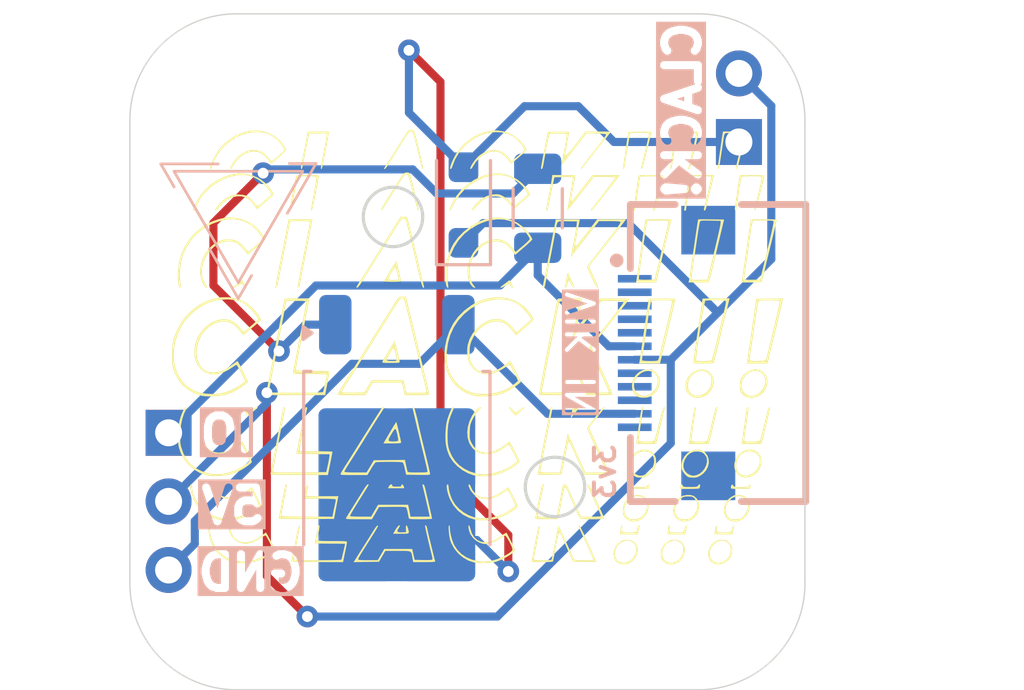
<source format=kicad_pcb>
(kicad_pcb (version 20240108) (generator "pcbnew") (generator_version "8.0")
  (layers (0 "F.Cu" signal) (31 "B.Cu" signal) (34 "B.Paste" user) (35 "F.Paste" user) (36 "B.SilkS" user "B.Silkscreen") (37 "F.SilkS" user "F.Silkscreen") (38 "B.Mask" user) (39 "F.Mask" user) (44 "Edge.Cuts" user))
  (net 0 "")
  (net 1 "+5V")
  (net 2 "Net-(D1-A)")
  (net 4 "Solenoid")
  (net 12 "GND")
  (net 14 "Net-(Q1-B)")
  (footprint "VIK-Solenoid:solenoid" (layer "F.Cu") (at 193.43 83.22 -90)
    (property "Reference" "REF**" (hide yes))
    (property "Value" "solenoid")
    (fp_circle (center -5 3) (end -3.9 3) (stroke (width 0.12)) (fill none) (layer "Edge.Cuts"))
    (fp_circle (center 5 -3) (end 6.1 -3) (stroke (width 0.12)) (fill none) (layer "Edge.Cuts"))
  )
  (footprint "" (layer "F.Cu") (at 202.24 93.66)
    (property "Reference" "" (at 0 0 0) (layer "F.SilkS") (effects (font (size 1.27 1.27))))
    (property "Value" "")
    (pad "" np_thru_hole circle (at 0 0 90) (size 2.2 2.2) (drill 2.2) (layers "F&B.Cu" "*.Mask"))
  )
  (footprint "LOGO" (layer "F.Cu") (at 193.538649 83.017826)
    (property "Reference" "G***" (hide yes))
    (property "Value" "LOGO" (hide yes))
  )
  (footprint "Connector_PinHeader_2.54mm:PinHeader_1x02_P2.54mm_Vertical" (layer "F.Cu") (at 203.24 75.445 180)
    (property "Reference" "J1" (hide yes))
    (property "Value" "Conn_01x02_Female")
    (pad "1" thru_hole rect (at 0 0 180) (size 1.7 1.7) (drill 1) (layers "*.Cu" "*.Mask") (net 2 "Net-(D1-A)"))
    (pad "2" thru_hole oval (at 0 2.54 180) (size 1.7 1.7) (drill 1) (layers "*.Cu" "*.Mask") (net 1 "+5V"))
  )
  (footprint "MountingHole:MountingHole_2.2mm_M2_ISO7380" (layer "F.Cu") (at 202.24 93.66 90)
    (property "Reference" "REF**" (hide yes))
    (property "Value" "MountingHole_2.2mm_M2_ISO7380" (hide yes))
    (pad "" np_thru_hole circle (at 0 0 90) (size 2.2 2.2) (drill 2.2) (layers "F&B.Cu" "*.Mask"))
  )
  (footprint "Connector_PinHeader_2.54mm:PinHeader_1x03_P2.54mm_Vertical" (layer "F.Cu") (at 182.12 86.215)
    (property "Reference" "J3" (hide yes))
    (property "Value" "Conn_01x03_Pin")
    (pad "1" thru_hole rect (at 0 0) (size 1.7 1.7) (drill 1) (layers "*.Cu" "*.Mask") (net 4 "Solenoid"))
    (pad "2" thru_hole oval (at 0 2.54) (size 1.7 1.7) (drill 1) (layers "*.Cu" "*.Mask") (net 1 "+5V"))
    (pad "3" thru_hole oval (at 0 5.08) (size 1.7 1.7) (drill 1) (layers "*.Cu" "*.Mask") (net 12 "GND"))
  )
  (footprint "" (layer "F.Cu") (at 184.25 72.67)
    (property "Reference" "" (at 0 0 0) (layer "F.SilkS") (effects (font (size 1.27 1.27))))
    (property "Value" "")
    (pad "" np_thru_hole circle (at 0 0) (size 2.2 2.2) (drill 2.2) (layers "F&B.Cu" "*.Mask"))
  )
  (footprint "MountingHole:MountingHole_2.2mm_M2_ISO7380" (layer "F.Cu") (at 184.25 72.67)
    (property "Reference" "REF**" (hide yes))
    (property "Value" "MountingHole_2.2mm_M2_ISO7380" (hide yes))
    (pad "" np_thru_hole circle (at 0 0) (size 2.2 2.2) (drill 2.2) (layers "F&B.Cu" "*.Mask"))
  )
  (footprint "vik:vik-module-connector-horizontal" (layer "B.Cu") (at 201.42 83.26 -90)
    (property "Reference" "J2" (hide yes))
    (property "Value" "vik-module-connector")
    (fp_text user "VIK IN" (at -2.36 3.42 90) (layer "B.SilkS" knockout) (effects (justify left bottom mirror)))
    (fp_text user "3v3" (at 3.3 2.7 90) (layer "B.SilkS") (effects (font (size 0.75 0.75)) (justify left bottom mirror)))
    (pad "1" smd rect (at -2.75 2.038 270) (size 0.28 1.25) (layers "B.Cu" "B.Paste" "B.Mask"))
    (pad "2" smd rect (at -2.25 2.038 270) (size 0.28 1.25) (layers "B.Cu" "B.Paste" "B.Mask"))
    (pad "3" smd rect (at -1.75 2.038 270) (size 0.28 1.25) (layers "B.Cu" "B.Paste" "B.Mask"))
    (pad "4" smd rect (at -1.25 2.038 270) (size 0.28 1.25) (layers "B.Cu" "B.Paste" "B.Mask"))
    (pad "5" smd rect (at -0.75 2.038 270) (size 0.28 1.25) (layers "B.Cu" "B.Paste" "B.Mask"))
    (pad "6" smd rect (at -0.25 2.038 270) (size 0.28 1.25) (layers "B.Cu" "B.Paste" "B.Mask") (net 4 "Solenoid"))
    (pad "7" smd rect (at 0.25 2.038 270) (size 0.28 1.25) (layers "B.Cu" "B.Paste" "B.Mask") (net 1 "+5V"))
    (pad "8" smd rect (at 0.75 2.038 270) (size 0.28 1.25) (layers "B.Cu" "B.Paste" "B.Mask"))
    (pad "9" smd rect (at 1.25 2.038 270) (size 0.28 1.25) (layers "B.Cu" "B.Paste" "B.Mask"))
    (pad "10" smd rect (at 1.75 2.038 270) (size 0.28 1.25) (layers "B.Cu" "B.Paste" "B.Mask"))
    (pad "11" smd rect (at 2.25 2.038 270) (size 0.28 1.25) (layers "B.Cu" "B.Paste" "B.Mask") (net 12 "GND"))
    (pad "12" smd rect (at 2.75 2.038 270) (size 0.28 1.25) (layers "B.Cu" "B.Paste" "B.Mask"))
    (pad "13" smd rect (at 4.55 -0.686 270) (size 1.8 2) (layers "B.Cu" "B.Paste" "B.Mask"))
    (pad "14" smd rect (at -4.55 -0.686 270) (size 1.8 2) (layers "B.Cu" "B.Paste" "B.Mask"))
  )
  (footprint "vik:vik-logo-small" (layer "B.Cu") (at 184.7 78.05 180)
    (property "Reference" "REF**")
    (property "Value" "vik-logo-small")
  )
  (footprint "Resistor_SMD:R_1206_3216Metric" (layer "B.Cu") (at 195.79 77.9 -90)
    (property "Reference" "R1" (hide yes))
    (property "Value" "R2.2")
    (pad "1" smd roundrect (at -1.4625 0 270) (size 1.125 1.75) (layers "B.Cu" "B.Paste" "B.Mask") (roundrect_rratio 0.222222) (net 14 "Net-(Q1-B)"))
    (pad "2" smd roundrect (at 1.4625 0 270) (size 1.125 1.75) (layers "B.Cu" "B.Paste" "B.Mask") (roundrect_rratio 0.222222) (net 4 "Solenoid"))
  )
  (footprint "Diode_SMD:D_SOD-123F" (layer "B.Cu") (at 193.04 77.78 90)
    (property "Reference" "D1" (hide yes))
    (property "Value" "1N4001")
    (pad "1" smd roundrect (at -1.4 0 90) (size 1.1 1.1) (layers "B.Cu" "B.Paste" "B.Mask") (roundrect_rratio 0.2272727273) (net 1 "+5V"))
    (pad "2" smd roundrect (at 1.4 0 90) (size 1.1 1.1) (layers "B.Cu" "B.Paste" "B.Mask") (roundrect_rratio 0.2272727273) (net 2 "Net-(D1-A)"))
  )
  (footprint "Package_TO_SOT_SMD:TO-252-2" (layer "B.Cu") (at 190.5725 87.25 -90)
    (property "Reference" "Q1" (hide yes))
    (property "Value" "TIP120")
    (pad "1" smd roundrect (at -5.04 2.28 270) (size 2.2 1.2) (layers "B.Cu" "B.Paste" "B.Mask") (roundrect_rratio 0.208333) (net 14 "Net-(Q1-B)"))
    (pad "2" smd roundrect (at -0.415 -1.525 270) (size 3.05 2.75) (layers "B.Cu" "B.Paste") (roundrect_rratio 0.090909) (net 2 "Net-(D1-A)"))
    (pad "2" smd roundrect (at -0.415 1.525 270) (size 3.05 2.75) (layers "B.Cu" "B.Paste") (roundrect_rratio 0.090909) (net 2 "Net-(D1-A)"))
    (pad "2" smd roundrect (at 1.26 0 270) (size 6.4 5.8) (layers "B.Cu" "B.Mask") (roundrect_rratio 0.043103) (net 2 "Net-(D1-A)"))
    (pad "2" smd roundrect (at 2.935 -1.525 270) (size 3.05 2.75) (layers "B.Cu" "B.Paste") (roundrect_rratio 0.090909) (net 2 "Net-(D1-A)"))
    (pad "2" smd roundrect (at 2.935 1.525 270) (size 3.05 2.75) (layers "B.Cu" "B.Paste") (roundrect_rratio 0.090909) (net 2 "Net-(D1-A)"))
    (pad "3" smd roundrect (at -5.04 -2.28 270) (size 2.2 1.2) (layers "B.Cu" "B.Paste" "B.Mask") (roundrect_rratio 0.208333) (net 12 "GND"))
  )
  (gr_arc (start 201.746194 70.700272) (mid 204.532204 71.854262) (end 205.686194 74.640272) (stroke (width 0.05)) (layer "Edge.Cuts"))
  (gr_arc (start 184.626194 95.730272) (mid 181.840202 94.576264) (end 180.686194 91.790272) (stroke (width 0.05)) (layer "Edge.Cuts"))
  (gr_line (start 201.746194 70.700272) (end 184.626194 70.700272) (stroke (width 0.05)) (layer "Edge.Cuts"))
  (gr_line (start 205.686194 91.790272) (end 205.686194 74.640272) (stroke (width 0.05)) (layer "Edge.Cuts"))
  (gr_line (start 180.686194 74.640272) (end 180.686194 91.790272) (stroke (width 0.05)) (layer "Edge.Cuts"))
  (gr_arc (start 205.686194 91.790272) (mid 204.532208 94.576286) (end 201.746194 95.730272) (stroke (width 0.05)) (layer "Edge.Cuts"))
  (gr_line (start 184.626194 95.730272) (end 201.746194 95.730272) (stroke (width 0.05)) (layer "Edge.Cuts"))
  (gr_arc (start 180.686194 74.640272) (mid 181.840194 71.854272) (end 184.626194 70.700272) (stroke (width 0.05)) (layer "Edge.Cuts"))
  (gr_text "5V" (at 185.85 89.66 0) (layer "B.SilkS" knockout) (effects (font (size 1.25 1.25) (thickness 0.3) (bold yes)) (justify left bottom mirror)))
  (gr_text "IO" (at 185.44 86.99 0) (layer "B.SilkS" knockout) (effects (font (size 1.25 1.25) (thickness 0.3) (bold yes)) (justify left bottom mirror)))
  (gr_text "CLACK!" (at 201.89 70.855 90) (layer "B.SilkS" knockout) (effects (font (size 1.25 1.25) (thickness 0.3) (bold yes)) (justify left bottom mirror)))
  (gr_text "GND" (at 187.26 92.13 0) (layer "B.SilkS" knockout) (effects (font (size 1.25 1.25) (thickness 0.3) (bold yes)) (justify left bottom mirror)))
  (segment (start 185.76 91.52) (end 187.26 93.02) (width 0.3) (layer "F.Cu") (net 1))
  (segment (start 185.76 84.73) (end 185.76 91.52) (width 0.3) (layer "F.Cu") (net 1))
  (via (at 187.26 93.02) (size 0.8) (drill 0.4) (layers "F.Cu" "B.Cu") (net 1))
  (via (at 185.76 84.73) (size 0.8) (drill 0.4) (layers "F.Cu" "B.Cu") (net 1))
  (segment (start 203.24 72.905) (end 204.44 74.105) (width 0.3) (layer "B.Cu") (net 1))
  (segment (start 202.4585 81.7685) (end 200.717 83.51) (width 0.3) (layer "B.Cu") (net 1))
  (segment (start 182.12 88.755) (end 185.76 85.115) (width 0.3) (layer "B.Cu") (net 1))
  (segment (start 199.14 78.45) (end 202.4585 81.7685) (width 0.3) (layer "B.Cu") (net 1))
  (segment (start 200.717 83.51) (end 199.382 83.51) (width 0.3) (layer "B.Cu") (net 1))
  (segment (start 193.77 78.45) (end 199.14 78.45) (width 0.3) (layer "B.Cu") (net 1))
  (segment (start 187.26 93.02) (end 194.296 93.02) (width 0.3) (layer "B.Cu") (net 1))
  (segment (start 200.717 86.599) (end 200.717 83.51) (width 0.3) (layer "B.Cu") (net 1))
  (segment (start 193.04 79.18) (end 193.77 78.45) (width 0.3) (layer "B.Cu") (net 1))
  (segment (start 194.296 93.02) (end 200.717 86.599) (width 0.3) (layer "B.Cu") (net 1))
  (segment (start 185.76 85.115) (end 185.76 84.73) (width 0.3) (layer "B.Cu") (net 1))
  (segment (start 204.44 74.105) (end 204.44 79.787) (width 0.3) (layer "B.Cu") (net 1))
  (segment (start 204.44 79.787) (end 202.4585 81.7685) (width 0.3) (layer "B.Cu") (net 1))
  (segment (start 192.188487 87.488487) (end 192.188487 73.218487) (width 0.3) (layer "F.Cu") (net 2))
  (segment (start 194.7 90) (end 192.188487 87.488487) (width 0.3) (layer "F.Cu") (net 2))
  (segment (start 194.7 91.35) (end 194.7 90) (width 0.3) (layer "F.Cu") (net 2))
  (segment (start 192.188487 73.218487) (end 191.02 72.05) (width 0.3) (layer "F.Cu") (net 2))
  (via (at 191.02 72.05) (size 0.8) (drill 0.4) (layers "F.Cu" "B.Cu") (net 2))
  (via (at 194.7 91.35) (size 0.8) (drill 0.4) (layers "F.Cu" "B.Cu") (net 2))
  (segment (start 193.535 90.185) (end 192.0975 90.185) (width 0.3) (layer "B.Cu") (net 2))
  (segment (start 194.7 91.35) (end 193.535 90.185) (width 0.3) (layer "B.Cu") (net 2))
  (segment (start 195.3 74.12) (end 193.04 76.38) (width 0.3) (layer "B.Cu") (net 2))
  (segment (start 203.24 75.445) (end 198.615 75.445) (width 0.3) (layer "B.Cu") (net 2))
  (segment (start 191.02 72.05) (end 191.02 74.36) (width 0.3) (layer "B.Cu") (net 2))
  (segment (start 198.615 75.445) (end 197.29 74.12) (width 0.3) (layer "B.Cu") (net 2))
  (segment (start 197.29 74.12) (end 195.3 74.12) (width 0.3) (layer "B.Cu") (net 2))
  (segment (start 191.02 74.36) (end 193.04 76.38) (width 0.3) (layer "B.Cu") (net 2))
  (segment (start 195.79 79.3625) (end 194.3925 80.76) (width 0.3) (layer "B.Cu") (net 4))
  (segment (start 195.79 80.383) (end 198.417 83.01) (width 0.3) (layer "B.Cu") (net 4))
  (segment (start 187.575 80.76) (end 182.12 86.215) (width 0.3) (layer "B.Cu") (net 4))
  (segment (start 195.79 79.3625) (end 195.79 80.383) (width 0.3) (layer "B.Cu") (net 4))
  (segment (start 198.417 83.01) (end 199.382 83.01) (width 0.3) (layer "B.Cu") (net 4))
  (segment (start 194.3925 80.76) (end 187.575 80.76) (width 0.3) (layer "B.Cu") (net 4))
  (segment (start 183.09 90.325) (end 182.12 91.295) (width 0.3) (layer "B.Cu") (net 12))
  (segment (start 196.1525 85.51) (end 199.382 85.51) (width 0.3) (layer "B.Cu") (net 12))
  (segment (start 191.4025 83.66) (end 188.91 83.66) (width 0.3) (layer "B.Cu") (net 12))
  (segment (start 183.09 89.48) (end 183.09 90.325) (width 0.3) (layer "B.Cu") (net 12))
  (segment (start 192.8525 82.21) (end 196.1525 85.51) (width 0.3) (layer "B.Cu") (net 12))
  (segment (start 188.91 83.66) (end 183.09 89.48) (width 0.3) (layer "B.Cu") (net 12))
  (segment (start 192.8525 82.21) (end 191.4025 83.66) (width 0.3) (layer "B.Cu") (net 12))
  (segment (start 183.78 78.44) (end 183.78 80.76) (width 0.3) (layer "F.Cu") (net 14))
  (segment (start 183.78 80.76) (end 186.207831 83.187831) (width 0.3) (layer "F.Cu") (net 14))
  (segment (start 185.62 76.6) (end 183.78 78.44) (width 0.3) (layer "F.Cu") (net 14))
  (via (at 186.207831 83.187831) (size 0.8) (drill 0.4) (layers "F.Cu" "B.Cu") (net 14))
  (via (at 185.62 76.6) (size 0.8) (drill 0.4) (layers "F.Cu" "B.Cu") (net 14))
  (segment (start 185.62 76.6) (end 185.760481 76.459519) (width 0.3) (layer "B.Cu") (net 14))
  (segment (start 192.049803 77.350813) (end 194.876687 77.350813) (width 0.3) (layer "B.Cu") (net 14))
  (segment (start 187.185662 82.21) (end 188.2925 82.21) (width 0.3) (layer "B.Cu") (net 14))
  (segment (start 185.760481 76.459519) (end 191.158509 76.459519) (width 0.3) (layer "B.Cu") (net 14))
  (segment (start 194.876687 77.350813) (end 195.79 76.4375) (width 0.3) (layer "B.Cu") (net 14))
  (segment (start 191.158509 76.459519) (end 192.049803 77.350813) (width 0.3) (layer "B.Cu") (net 14))
  (segment (start 186.207831 83.187831) (end 187.185662 82.21) (width 0.3) (layer "B.Cu") (net 14))
)
</source>
